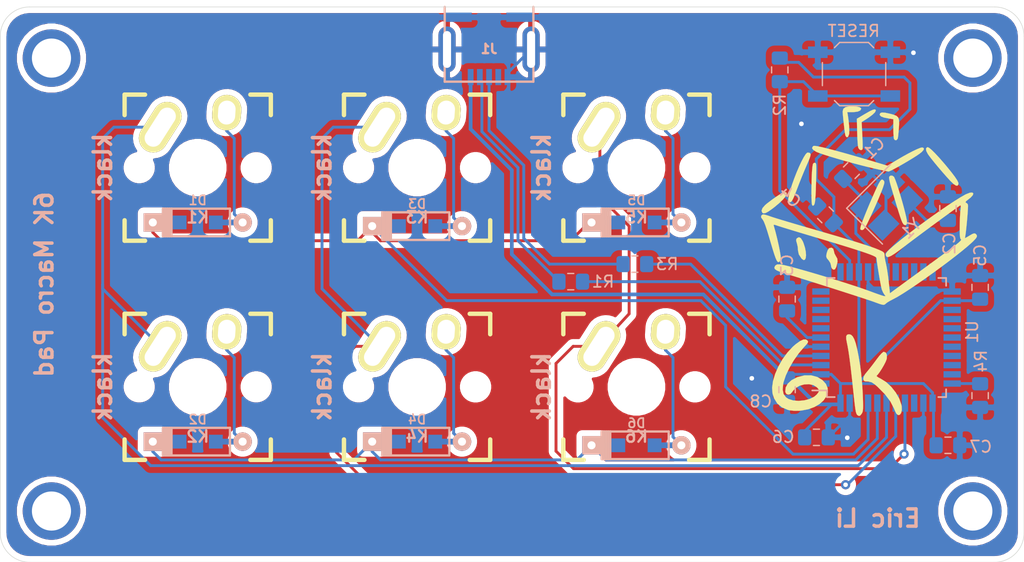
<source format=kicad_pcb>
(kicad_pcb (version 20171130) (host pcbnew "(5.1.6)-1")
  (layers (0 F.Cu signal hide) (31 B.Cu signal) (34 B.Paste user) (35 F.Paste user) (36 B.SilkS user hide) (37 F.SilkS user hide) (38 B.Mask user) (39 F.Mask user) (44 Edge.Cuts user))
  (net 0 "")
  (net 1 GND)
  (net 2 "Net-(C1-Pad1)")
  (net 3 "Net-(C2-Pad1)")
  (net 4 "Net-(C3-Pad1)")
  (net 5 VCC)
  (net 6 "Net-(D1-Pad2)")
  (net 7 /row0)
  (net 8 "Net-(D2-Pad2)")
  (net 9 /row1)
  (net 10 "Net-(D3-Pad2)")
  (net 11 "Net-(D4-Pad2)")
  (net 12 "Net-(J1-Pad2)")
  (net 13 "Net-(J1-Pad3)")
  (net 14 "Net-(J1-Pad4)")
  (net 15 /col0)
  (net 16 /col1)
  (net 17 "Net-(R1-Pad1)")
  (net 18 "Net-(R2-Pad1)")
  (net 19 "Net-(R3-Pad1)")
  (net 20 "Net-(R4-Pad2)")
  (net 21 "Net-(U1-Pad1)")
  (net 22 "Net-(U1-Pad7)")
  (net 23 "Net-(U1-Pad8)")
  (net 24 "Net-(U1-Pad9)")
  (net 25 "Net-(U1-Pad10)")
  (net 26 "Net-(U1-Pad11)")
  (net 27 "Net-(U1-Pad12)")
  (net 28 "Net-(U1-Pad18)")
  (net 29 "Net-(U1-Pad19)")
  (net 30 "Net-(U1-Pad20)")
  (net 31 "Net-(U1-Pad21)")
  (net 32 "Net-(U1-Pad22)")
  (net 33 "Net-(U1-Pad25)")
  (net 34 "Net-(U1-Pad26)")
  (net 35 "Net-(U1-Pad27)")
  (net 36 "Net-(U1-Pad28)")
  (net 37 "Net-(U1-Pad29)")
  (net 38 "Net-(U1-Pad30)")
  (net 39 "Net-(U1-Pad31)")
  (net 40 "Net-(U1-Pad32)")
  (net 41 "Net-(U1-Pad36)")
  (net 42 "Net-(U1-Pad42)")
  (net 43 "Net-(D5-Pad2)")
  (net 44 "Net-(D6-Pad2)")
  (net 45 /col2)
  (module "" (layer F.Cu) (at 143.51 101.6)
    (fp_text reference "" (at 0 0) (layer F.SilkS) (effects (font (size 1.27 1.27))))
    (fp_text value "" (at 0 0) (layer F.SilkS) (effects (font (size 1.27 1.27))))
  )
  (module Package_QFP:TQFP-44_10x10mm_P0.8mm (layer B.Cu) (at 145.542 110.01375)
    (fp_text reference U1 (at 7.43204 -0.49403 270) (layer B.SilkS) (effects (justify mirror)))
    (fp_text value ATMEGA32U4)
    (pad 1 smd rect (at -5.7 4) (size 1.5 0.55) (layers B.Cu B.Paste B.Mask) (net 21 "Net-(U1-Pad1)"))
    (pad 2 smd rect (at -5.7 3.2) (size 1.5 0.55) (layers B.Cu B.Paste B.Mask) (net 5 VCC))
    (pad 3 smd rect (at -5.7 2.4) (size 1.5 0.55) (layers B.Cu B.Paste B.Mask) (net 17 "Net-(R1-Pad1)"))
    (pad 4 smd rect (at -5.7 1.6) (size 1.5 0.55) (layers B.Cu B.Paste B.Mask) (net 19 "Net-(R3-Pad1)"))
    (pad 5 smd rect (at -5.7 0.8) (size 1.5 0.55) (layers B.Cu B.Paste B.Mask) (net 1 GND))
    (pad 6 smd rect (at -5.7 0) (size 1.5 0.55) (layers B.Cu B.Paste B.Mask) (net 4 "Net-(C3-Pad1)"))
    (pad 7 smd rect (at -5.7 -0.8) (size 1.5 0.55) (layers B.Cu B.Paste B.Mask) (net 22 "Net-(U1-Pad7)"))
    (pad 8 smd rect (at -5.7 -1.6) (size 1.5 0.55) (layers B.Cu B.Paste B.Mask) (net 23 "Net-(U1-Pad8)"))
    (pad 9 smd rect (at -5.7 -2.4) (size 1.5 0.55) (layers B.Cu B.Paste B.Mask) (net 24 "Net-(U1-Pad9)"))
    (pad 10 smd rect (at -5.7 -3.2) (size 1.5 0.55) (layers B.Cu B.Paste B.Mask) (net 25 "Net-(U1-Pad10)"))
    (pad 11 smd rect (at -5.7 -4) (size 1.5 0.55) (layers B.Cu B.Paste B.Mask) (net 26 "Net-(U1-Pad11)"))
    (pad 12 smd rect (at -4 -5.7 270) (size 1.5 0.55) (layers B.Cu B.Paste B.Mask) (net 27 "Net-(U1-Pad12)"))
    (pad 13 smd rect (at -3.2 -5.7 270) (size 1.5 0.55) (layers B.Cu B.Paste B.Mask) (net 18 "Net-(R2-Pad1)"))
    (pad 14 smd rect (at -2.4 -5.7 270) (size 1.5 0.55) (layers B.Cu B.Paste B.Mask) (net 5 VCC))
    (pad 15 smd rect (at -1.6 -5.7 270) (size 1.5 0.55) (layers B.Cu B.Paste B.Mask) (net 1 GND))
    (pad 16 smd rect (at -0.8 -5.7 270) (size 1.5 0.55) (layers B.Cu B.Paste B.Mask) (net 2 "Net-(C1-Pad1)"))
    (pad 17 smd rect (at 0 -5.7 270) (size 1.5 0.55) (layers B.Cu B.Paste B.Mask) (net 3 "Net-(C2-Pad1)"))
    (pad 18 smd rect (at 0.8 -5.7 270) (size 1.5 0.55) (layers B.Cu B.Paste B.Mask) (net 28 "Net-(U1-Pad18)"))
    (pad 19 smd rect (at 1.6 -5.7 270) (size 1.5 0.55) (layers B.Cu B.Paste B.Mask) (net 29 "Net-(U1-Pad19)"))
    (pad 20 smd rect (at 2.4 -5.7 270) (size 1.5 0.55) (layers B.Cu B.Paste B.Mask) (net 30 "Net-(U1-Pad20)"))
    (pad 21 smd rect (at 3.2 -5.7 270) (size 1.5 0.55) (layers B.Cu B.Paste B.Mask) (net 31 "Net-(U1-Pad21)"))
    (pad 22 smd rect (at 4 -5.7 270) (size 1.5 0.55) (layers B.Cu B.Paste B.Mask) (net 32 "Net-(U1-Pad22)"))
    (pad 23 smd rect (at 5.7 -4) (size 1.5 0.55) (layers B.Cu B.Paste B.Mask) (net 1 GND))
    (pad 24 smd rect (at 5.7 -3.2) (size 1.5 0.55) (layers B.Cu B.Paste B.Mask) (net 5 VCC))
    (pad 25 smd rect (at 5.7 -2.4) (size 1.5 0.55) (layers B.Cu B.Paste B.Mask) (net 33 "Net-(U1-Pad25)"))
    (pad 26 smd rect (at 5.7 -1.6) (size 1.5 0.55) (layers B.Cu B.Paste B.Mask) (net 34 "Net-(U1-Pad26)"))
    (pad 27 smd rect (at 5.7 -0.8) (size 1.5 0.55) (layers B.Cu B.Paste B.Mask) (net 35 "Net-(U1-Pad27)"))
    (pad 28 smd rect (at 5.7 0) (size 1.5 0.55) (layers B.Cu B.Paste B.Mask) (net 36 "Net-(U1-Pad28)"))
    (pad 29 smd rect (at 5.7 0.8) (size 1.5 0.55) (layers B.Cu B.Paste B.Mask) (net 37 "Net-(U1-Pad29)"))
    (pad 30 smd rect (at 5.7 1.6) (size 1.5 0.55) (layers B.Cu B.Paste B.Mask) (net 38 "Net-(U1-Pad30)"))
    (pad 31 smd rect (at 5.7 2.4) (size 1.5 0.55) (layers B.Cu B.Paste B.Mask) (net 39 "Net-(U1-Pad31)"))
    (pad 32 smd rect (at 5.7 3.2) (size 1.5 0.55) (layers B.Cu B.Paste B.Mask) (net 40 "Net-(U1-Pad32)"))
    (pad 33 smd rect (at 5.7 4) (size 1.5 0.55) (layers B.Cu B.Paste B.Mask) (net 20 "Net-(R4-Pad2)"))
    (pad 34 smd rect (at 4 5.7 270) (size 1.5 0.55) (layers B.Cu B.Paste B.Mask) (net 5 VCC))
    (pad 35 smd rect (at 3.2 5.7 270) (size 1.5 0.55) (layers B.Cu B.Paste B.Mask) (net 1 GND))
    (pad 36 smd rect (at 2.4 5.7 270) (size 1.5 0.55) (layers B.Cu B.Paste B.Mask) (net 41 "Net-(U1-Pad36)"))
    (pad 37 smd rect (at 1.6 5.7 270) (size 1.5 0.55) (layers B.Cu B.Paste B.Mask) (net 45 /col2))
    (pad 38 smd rect (at 0.8 5.7 270) (size 1.5 0.55) (layers B.Cu B.Paste B.Mask) (net 16 /col1))
    (pad 39 smd rect (at 0 5.7 270) (size 1.5 0.55) (layers B.Cu B.Paste B.Mask) (net 15 /col0))
    (pad 40 smd rect (at -0.8 5.7 270) (size 1.5 0.55) (layers B.Cu B.Paste B.Mask) (net 9 /row1))
    (pad 41 smd rect (at -1.6 5.7 270) (size 1.5 0.55) (layers B.Cu B.Paste B.Mask) (net 7 /row0))
    (pad 42 smd rect (at -2.4 5.7 270) (size 1.5 0.55) (layers B.Cu B.Paste B.Mask) (net 42 "Net-(U1-Pad42)"))
    (pad 43 smd rect (at -3.2 5.7 270) (size 1.5 0.55) (layers B.Cu B.Paste B.Mask) (net 1 GND))
    (pad 44 smd rect (at -4 5.7 270) (size 1.5 0.55) (layers B.Cu B.Paste B.Mask) (net 5 VCC))
  )
  (module keebs:Mx_Alps_100 (layer F.Cu) (at 123.825 114.3)
    (fp_text reference K6 (at 0 4.318) (layer B.SilkS) (effects (font (thickness 0.2)) (justify mirror)))
    (fp_text value klack (at -8.255 0 270) (layer B.SilkS) (effects (font (size 1.524 1.524) (thickness 0.3048)) (justify mirror)))
    (pad HOLE np_thru_hole circle (at 0 0) (size 3.9878 3.9878) (drill 3.9878) (layers *.Cu))
    (pad HOLE np_thru_hole circle (at -5.08 0) (size 1.7018 1.7018) (drill 1.7018) (layers *.Cu))
    (pad HOLE np_thru_hole circle (at 5.08 0) (size 1.7018 1.7018) (drill 1.7018) (layers *.Cu))
    (pad 1 thru_hole oval (at -3.255 -3.52 327.5) (size 2.5 4.75) (drill oval 1.5 3.75) (layers *.Cu *.Mask F.SilkS) (net 45 /col2))
    (pad 2 thru_hole oval (at 2.52 -4.79 356.1) (size 2.5 3.08) (drill oval 1.5 2.08) (layers *.Cu *.Mask F.SilkS) (net 44 "Net-(D6-Pad2)"))
  )
  (module keebs:Mx_Alps_100 (layer F.Cu) (at 123.825 95.25)
    (fp_text reference K5 (at 0 4.318) (layer B.SilkS) (effects (font (thickness 0.2)) (justify mirror)))
    (fp_text value klack (at -8.255 0 90) (layer B.SilkS) (effects (font (size 1.524 1.524) (thickness 0.3048)) (justify mirror)))
    (pad 2 thru_hole oval (at 2.52 -4.79 356.1) (size 2.5 3.08) (drill oval 1.5 2.08) (layers *.Cu *.Mask F.SilkS) (net 43 "Net-(D5-Pad2)"))
    (pad 1 thru_hole oval (at -3.255 -3.52 327.5) (size 2.5 4.75) (drill oval 1.5 3.75) (layers *.Cu *.Mask F.SilkS) (net 45 /col2))
    (pad HOLE np_thru_hole circle (at 5.08 0) (size 1.7018 1.7018) (drill 1.7018) (layers *.Cu))
    (pad HOLE np_thru_hole circle (at -5.08 0) (size 1.7018 1.7018) (drill 1.7018) (layers *.Cu))
    (pad HOLE np_thru_hole circle (at 0 0) (size 3.9878 3.9878) (drill 3.9878) (layers *.Cu))
  )
  (module keebs:Mx_Alps_100 (layer F.Cu) (at 104.775 114.3)
    (fp_text reference K4 (at 0 4.318) (layer B.SilkS) (effects (font (thickness 0.2)) (justify mirror)))
    (fp_text value klack (at -8.255 0 90) (layer B.SilkS) (effects (font (size 1.524 1.524) (thickness 0.3048)) (justify mirror)))
    (pad HOLE np_thru_hole circle (at 0 0) (size 3.9878 3.9878) (drill 3.9878) (layers *.Cu))
    (pad HOLE np_thru_hole circle (at -5.08 0) (size 1.7018 1.7018) (drill 1.7018) (layers *.Cu))
    (pad HOLE np_thru_hole circle (at 5.08 0) (size 1.7018 1.7018) (drill 1.7018) (layers *.Cu))
    (pad 1 thru_hole oval (at -3.255 -3.52 327.5) (size 2.5 4.75) (drill oval 1.5 3.75) (layers *.Cu *.Mask F.SilkS) (net 16 /col1))
    (pad 2 thru_hole oval (at 2.52 -4.79 356.1) (size 2.5 3.08) (drill oval 1.5 2.08) (layers *.Cu *.Mask F.SilkS) (net 11 "Net-(D4-Pad2)"))
  )
  (module keebs:Mx_Alps_100 (layer F.Cu) (at 85.725 95.25)
    (fp_text reference K1 (at 0 4.318) (layer B.SilkS) (effects (font (thickness 0.2)) (justify mirror)))
    (fp_text value klack (at -8.255 0 90) (layer B.SilkS) (effects (font (size 1.524 1.524) (thickness 0.3048)) (justify mirror)))
    (pad 2 thru_hole oval (at 2.52 -4.79 356.1) (size 2.5 3.08) (drill oval 1.5 2.08) (layers *.Cu *.Mask F.SilkS) (net 6 "Net-(D1-Pad2)"))
    (pad 1 thru_hole oval (at -3.255 -3.52 327.5) (size 2.5 4.75) (drill oval 1.5 3.75) (layers *.Cu *.Mask F.SilkS) (net 15 /col0))
    (pad HOLE np_thru_hole circle (at 5.08 0) (size 1.7018 1.7018) (drill 1.7018) (layers *.Cu))
    (pad HOLE np_thru_hole circle (at -5.08 0) (size 1.7018 1.7018) (drill 1.7018) (layers *.Cu))
    (pad HOLE np_thru_hole circle (at 0 0) (size 3.9878 3.9878) (drill 3.9878) (layers *.Cu))
  )
  (module keebs:Mx_Alps_100 (layer F.Cu) (at 85.725 114.3)
    (fp_text reference K2 (at 0 4.318) (layer B.SilkS) (effects (font (thickness 0.2)) (justify mirror)))
    (fp_text value klack (at -8.255 0 90) (layer B.SilkS) (effects (font (size 1.524 1.524) (thickness 0.3048)) (justify mirror)))
    (pad 2 thru_hole oval (at 2.52 -4.79 356.1) (size 2.5 3.08) (drill oval 1.5 2.08) (layers *.Cu *.Mask F.SilkS) (net 8 "Net-(D2-Pad2)"))
    (pad 1 thru_hole oval (at -3.255 -3.52 327.5) (size 2.5 4.75) (drill oval 1.5 3.75) (layers *.Cu *.Mask F.SilkS) (net 15 /col0))
    (pad HOLE np_thru_hole circle (at 5.08 0) (size 1.7018 1.7018) (drill 1.7018) (layers *.Cu))
    (pad HOLE np_thru_hole circle (at -5.08 0) (size 1.7018 1.7018) (drill 1.7018) (layers *.Cu))
    (pad HOLE np_thru_hole circle (at 0 0) (size 3.9878 3.9878) (drill 3.9878) (layers *.Cu))
  )
  (module Capacitor_SMD:C_0805_2012Metric_Pad1.15x1.40mm_HandSolder (layer B.Cu) (at 142.494 95.504 45)
    (fp_text reference C1 (at 2.785 0 45) (layer B.SilkS) (effects (justify mirror)))
    (fp_text value 22p)
    (pad 2 smd roundrect (at 1.025 0 45) (size 1.15 1.4) (layers B.Cu B.Paste B.Mask) (roundrect_rratio 0.217391) (net 1 GND))
    (pad 1 smd roundrect (at -1.025 0 45) (size 1.15 1.4) (layers B.Cu B.Paste B.Mask) (roundrect_rratio 0.217391) (net 2 "Net-(C1-Pad1)"))
  )
  (module Capacitor_SMD:C_0805_2012Metric_Pad1.15x1.40mm_HandSolder (layer B.Cu) (at 150.876 98.806 90)
    (fp_text reference C2 (at -3.048 0.127 90) (layer B.SilkS) (effects (justify mirror)))
    (fp_text value 22p)
    (pad 1 smd roundrect (at -1.025 0 90) (size 1.15 1.4) (layers B.Cu B.Paste B.Mask) (roundrect_rratio 0.217391) (net 3 "Net-(C2-Pad1)"))
    (pad 2 smd roundrect (at 1.025 0 90) (size 1.15 1.4) (layers B.Cu B.Paste B.Mask) (roundrect_rratio 0.217391) (net 1 GND))
  )
  (module Capacitor_SMD:C_0805_2012Metric_Pad1.15x1.40mm_HandSolder (layer B.Cu) (at 136.906 106.671 90)
    (fp_text reference C3 (at 2.93 0 90) (layer B.SilkS) (effects (justify mirror)))
    (fp_text value 1u)
    (pad 2 smd roundrect (at 1.025 0 90) (size 1.15 1.4) (layers B.Cu B.Paste B.Mask) (roundrect_rratio 0.217391) (net 1 GND))
    (pad 1 smd roundrect (at -1.025 0 90) (size 1.15 1.4) (layers B.Cu B.Paste B.Mask) (roundrect_rratio 0.217391) (net 4 "Net-(C3-Pad1)"))
  )
  (module Capacitor_SMD:C_0805_2012Metric_Pad1.15x1.40mm_HandSolder (layer B.Cu) (at 140.245216 99.351216 135)
    (fp_text reference C4 (at 3.285524 -1.077631 135) (layer B.SilkS) (effects (justify mirror)))
    (fp_text value 0.1u)
    (pad 1 smd roundrect (at -1.025 0 135) (size 1.15 1.4) (layers B.Cu B.Paste B.Mask) (roundrect_rratio 0.217391) (net 5 VCC))
    (pad 2 smd roundrect (at 1.025 0 135) (size 1.15 1.4) (layers B.Cu B.Paste B.Mask) (roundrect_rratio 0.217391) (net 1 GND))
  )
  (module Capacitor_SMD:C_0805_2012Metric_Pad1.15x1.40mm_HandSolder (layer B.Cu) (at 153.67 105.655 90)
    (fp_text reference C5 (at 2.785 0 90) (layer B.SilkS) (effects (justify mirror)))
    (fp_text value 0.1u)
    (pad 2 smd roundrect (at 1.025 0 90) (size 1.15 1.4) (layers B.Cu B.Paste B.Mask) (roundrect_rratio 0.217391) (net 1 GND))
    (pad 1 smd roundrect (at -1.025 0 90) (size 1.15 1.4) (layers B.Cu B.Paste B.Mask) (roundrect_rratio 0.217391) (net 5 VCC))
  )
  (module Capacitor_SMD:C_0805_2012Metric_Pad1.15x1.40mm_HandSolder (layer B.Cu) (at 139.45732 118.68912)
    (fp_text reference C6 (at -2.8866 -0.03556 180) (layer B.SilkS) (effects (justify mirror)))
    (fp_text value 0.1u)
    (pad 1 smd roundrect (at -1.025 0) (size 1.15 1.4) (layers B.Cu B.Paste B.Mask) (roundrect_rratio 0.217391) (net 5 VCC))
    (pad 2 smd roundrect (at 1.025 0) (size 1.15 1.4) (layers B.Cu B.Paste B.Mask) (roundrect_rratio 0.217391) (net 1 GND))
  )
  (module Capacitor_SMD:C_0805_2012Metric_Pad1.15x1.40mm_HandSolder (layer B.Cu) (at 150.876 119.38)
    (fp_text reference C7 (at 2.84988 0.127) (layer B.SilkS) (effects (justify mirror)))
    (fp_text value 0.1u)
    (pad 2 smd roundrect (at 1.025 0) (size 1.15 1.4) (layers B.Cu B.Paste B.Mask) (roundrect_rratio 0.217391) (net 1 GND))
    (pad 1 smd roundrect (at -1.025 0) (size 1.15 1.4) (layers B.Cu B.Paste B.Mask) (roundrect_rratio 0.217391) (net 5 VCC))
  )
  (module Capacitor_SMD:C_0805_2012Metric_Pad1.15x1.40mm_HandSolder (layer B.Cu) (at 136.906 114.545 270)
    (fp_text reference C8 (at 1.025 2.286 180) (layer B.SilkS) (effects (justify mirror)))
    (fp_text value 4.7u)
    (pad 1 smd roundrect (at -1.025 0 270) (size 1.15 1.4) (layers B.Cu B.Paste B.Mask) (roundrect_rratio 0.217391) (net 5 VCC))
    (pad 2 smd roundrect (at 1.025 0 270) (size 1.15 1.4) (layers B.Cu B.Paste B.Mask) (roundrect_rratio 0.217391) (net 1 GND))
  )
  (module keyboard_parts:D_SOD123_axial (layer B.Cu) (at 85.725 100.0125)
    (fp_text reference D1 (at 0 -1.925) (layer B.SilkS) (effects (font (size 0.8 0.8)) (justify mirror)))
    (fp_text value D hide)
    (pad 2 smd rect (at 1.575 0) (size 1.2 1.2) (layers B.Cu B.Paste B.Mask) (net 6 "Net-(D1-Pad2)"))
    (pad 1 smd rect (at -1.575 0) (size 1.2 1.2) (layers B.Cu B.Paste B.Mask) (net 7 /row0))
    (pad 1 thru_hole rect (at -3.9 0) (size 1.6 1.6) (drill 0.7) (layers *.Cu *.Mask B.SilkS) (net 7 /row0))
    (pad 2 thru_hole circle (at 3.9 0) (size 1.6 1.6) (drill 0.7) (layers *.Cu *.Mask B.SilkS) (net 6 "Net-(D1-Pad2)"))
    (pad 1 smd rect (at -2.7 0) (size 2.5 0.5) (layers B.Cu) (net 7 /row0))
    (pad 2 smd rect (at 2.7 0) (size 2.5 0.5) (layers B.Cu) (net 6 "Net-(D1-Pad2)"))
  )
  (module keyboard_parts:D_SOD123_axial (layer B.Cu) (at 85.725 119.0625)
    (fp_text reference D2 (at 0 -1.925) (layer B.SilkS) (effects (font (size 0.8 0.8)) (justify mirror)))
    (fp_text value D hide)
    (pad 2 smd rect (at 2.7 0) (size 2.5 0.5) (layers B.Cu) (net 8 "Net-(D2-Pad2)"))
    (pad 1 smd rect (at -2.7 0) (size 2.5 0.5) (layers B.Cu) (net 9 /row1))
    (pad 2 thru_hole circle (at 3.9 0) (size 1.6 1.6) (drill 0.7) (layers *.Cu *.Mask B.SilkS) (net 8 "Net-(D2-Pad2)"))
    (pad 1 thru_hole rect (at -3.9 0) (size 1.6 1.6) (drill 0.7) (layers *.Cu *.Mask B.SilkS) (net 9 /row1))
    (pad 1 smd rect (at -1.575 0) (size 1.2 1.2) (layers B.Cu B.Paste B.Mask) (net 9 /row1))
    (pad 2 smd rect (at 1.575 0) (size 1.2 1.2) (layers B.Cu B.Paste B.Mask) (net 8 "Net-(D2-Pad2)"))
  )
  (module keyboard_parts:D_SOD123_axial (layer B.Cu) (at 104.775 100.33)
    (fp_text reference D3 (at 0 -1.925) (layer B.SilkS) (effects (font (size 0.8 0.8)) (justify mirror)))
    (fp_text value D hide)
    (pad 2 smd rect (at 2.7 0) (size 2.5 0.5) (layers B.Cu) (net 10 "Net-(D3-Pad2)"))
    (pad 1 smd rect (at -2.7 0) (size 2.5 0.5) (layers B.Cu) (net 7 /row0))
    (pad 2 thru_hole circle (at 3.9 0) (size 1.6 1.6) (drill 0.7) (layers *.Cu *.Mask B.SilkS) (net 10 "Net-(D3-Pad2)"))
    (pad 1 thru_hole rect (at -3.9 0) (size 1.6 1.6) (drill 0.7) (layers *.Cu *.Mask B.SilkS) (net 7 /row0))
    (pad 1 smd rect (at -1.575 0) (size 1.2 1.2) (layers B.Cu B.Paste B.Mask) (net 7 /row0))
    (pad 2 smd rect (at 1.575 0) (size 1.2 1.2) (layers B.Cu B.Paste B.Mask) (net 10 "Net-(D3-Pad2)"))
  )
  (module keyboard_parts:D_SOD123_axial (layer B.Cu) (at 104.775 119.0625)
    (fp_text reference D4 (at 0 -1.925) (layer B.SilkS) (effects (font (size 0.8 0.8)) (justify mirror)))
    (fp_text value D hide)
    (pad 2 smd rect (at 1.575 0) (size 1.2 1.2) (layers B.Cu B.Paste B.Mask) (net 11 "Net-(D4-Pad2)"))
    (pad 1 smd rect (at -1.575 0) (size 1.2 1.2) (layers B.Cu B.Paste B.Mask) (net 9 /row1))
    (pad 1 thru_hole rect (at -3.9 0) (size 1.6 1.6) (drill 0.7) (layers *.Cu *.Mask B.SilkS) (net 9 /row1))
    (pad 2 thru_hole circle (at 3.9 0) (size 1.6 1.6) (drill 0.7) (layers *.Cu *.Mask B.SilkS) (net 11 "Net-(D4-Pad2)"))
    (pad 1 smd rect (at -2.7 0) (size 2.5 0.5) (layers B.Cu) (net 9 /row1))
    (pad 2 smd rect (at 2.7 0) (size 2.5 0.5) (layers B.Cu) (net 11 "Net-(D4-Pad2)"))
  )
  (module keyboard_parts:USB_miniB_hirose_5S8 (layer B.Cu) (at 111.025 87.376)
    (fp_text reference J1 (at 0 -2.45) (layer B.SilkS) (effects (font (size 0.8128 0.8128) (thickness 0.2032)) (justify mirror)))
    (fp_text value USB hide)
    (pad 6 smd rect (at 2.675 -5.2) (size 2.35 0.8) (layers B.Cu B.Paste B.Mask) (net 1 GND))
    (pad 6 smd rect (at -2.675 -5.2) (size 2.35 0.8) (layers B.Cu B.Paste B.Mask) (net 1 GND))
    (pad 1 smd rect (at -1.6 0) (size 0.5 1.4) (layers B.Cu B.Paste B.Mask) (net 5 VCC))
    (pad 2 smd rect (at -0.8 0) (size 0.5 1.4) (layers B.Cu B.Paste B.Mask) (net 12 "Net-(J1-Pad2)"))
    (pad 3 smd rect (at 0 0) (size 0.5 1.4) (layers B.Cu B.Paste B.Mask) (net 13 "Net-(J1-Pad3)"))
    (pad 4 smd rect (at 0.8 0) (size 0.5 1.4) (layers B.Cu B.Paste B.Mask) (net 14 "Net-(J1-Pad4)"))
    (pad 5 smd rect (at 1.6 0) (size 0.5 1.4) (layers B.Cu B.Paste B.Mask) (net 1 GND))
    (pad 6 thru_hole oval (at -3.65 -2.4) (size 1.5 4) (drill oval 0.7 3.2) (layers *.Cu *.Mask B.Paste) (net 1 GND))
    (pad 6 thru_hole oval (at 3.65 -2.4) (size 1.5 4) (drill oval 0.7 3.2) (layers *.Cu *.Mask B.Paste) (net 1 GND))
  )
  (module keebs:Mx_Alps_100 (layer F.Cu) (at 104.775 95.25)
    (fp_text reference K3 (at 0 4.318) (layer B.SilkS) (effects (font (thickness 0.2)) (justify mirror)))
    (fp_text value klack (at -8.255 0 90) (layer B.SilkS) (effects (font (size 1.524 1.524) (thickness 0.3048)) (justify mirror)))
    (pad HOLE np_thru_hole circle (at 0 0) (size 3.9878 3.9878) (drill 3.9878) (layers *.Cu))
    (pad HOLE np_thru_hole circle (at -5.08 0) (size 1.7018 1.7018) (drill 1.7018) (layers *.Cu))
    (pad HOLE np_thru_hole circle (at 5.08 0) (size 1.7018 1.7018) (drill 1.7018) (layers *.Cu))
    (pad 1 thru_hole oval (at -3.255 -3.52 327.5) (size 2.5 4.75) (drill oval 1.5 3.75) (layers *.Cu *.Mask F.SilkS) (net 16 /col1))
    (pad 2 thru_hole oval (at 2.52 -4.79 356.1) (size 2.5 3.08) (drill oval 1.5 2.08) (layers *.Cu *.Mask F.SilkS) (net 10 "Net-(D3-Pad2)"))
  )
  (module Resistor_SMD:R_0805_2012Metric_Pad1.15x1.40mm_HandSolder (layer B.Cu) (at 118.119 105.156 180)
    (fp_text reference R1 (at -2.803 0) (layer B.SilkS) (effects (justify mirror)))
    (fp_text value 22)
    (pad 1 smd roundrect (at -1.025 0 180) (size 1.15 1.4) (layers B.Cu B.Paste B.Mask) (roundrect_rratio 0.217391) (net 17 "Net-(R1-Pad1)"))
    (pad 2 smd roundrect (at 1.025 0 180) (size 1.15 1.4) (layers B.Cu B.Paste B.Mask) (roundrect_rratio 0.217391) (net 12 "Net-(J1-Pad2)"))
  )
  (module Resistor_SMD:R_0805_2012Metric_Pad1.15x1.40mm_HandSolder (layer B.Cu) (at 136.271 86.75 90)
    (fp_text reference R2 (at -3.057 0 90) (layer B.SilkS) (effects (justify mirror)))
    (fp_text value 10k)
    (pad 1 smd roundrect (at -1.025 0 90) (size 1.15 1.4) (layers B.Cu B.Paste B.Mask) (roundrect_rratio 0.217391) (net 18 "Net-(R2-Pad1)"))
    (pad 2 smd roundrect (at 1.025 0 90) (size 1.15 1.4) (layers B.Cu B.Paste B.Mask) (roundrect_rratio 0.217391) (net 5 VCC))
  )
  (module Resistor_SMD:R_0805_2012Metric_Pad1.15x1.40mm_HandSolder (layer B.Cu) (at 123.689 103.632 180)
    (fp_text reference R3 (at -2.803 0) (layer B.SilkS) (effects (justify mirror)))
    (fp_text value 22)
    (pad 2 smd roundrect (at 1.025 0 180) (size 1.15 1.4) (layers B.Cu B.Paste B.Mask) (roundrect_rratio 0.217391) (net 13 "Net-(J1-Pad3)"))
    (pad 1 smd roundrect (at -1.025 0 180) (size 1.15 1.4) (layers B.Cu B.Paste B.Mask) (roundrect_rratio 0.217391) (net 19 "Net-(R3-Pad1)"))
  )
  (module Resistor_SMD:R_0805_2012Metric_Pad1.15x1.40mm_HandSolder (layer B.Cu) (at 153.67 115.062 90)
    (fp_text reference R4 (at 2.99212 0.07112 90) (layer B.SilkS) (effects (justify mirror)))
    (fp_text value 10k)
    (pad 2 smd roundrect (at 1.025 0 90) (size 1.15 1.4) (layers B.Cu B.Paste B.Mask) (roundrect_rratio 0.217391) (net 20 "Net-(R4-Pad2)"))
    (pad 1 smd roundrect (at -1.025 0 90) (size 1.15 1.4) (layers B.Cu B.Paste B.Mask) (roundrect_rratio 0.217391) (net 1 GND))
  )
  (module Button_Switch_SMD:SW_SPST_TL3342 (layer B.Cu) (at 142.723 87.117 180)
    (fp_text reference RESET (at 0.025 3.75) (layer B.SilkS) (effects (justify mirror)))
    (fp_text value RESET_SW)
    (pad 1 smd rect (at -3.15 1.9 180) (size 1.7 1) (layers B.Cu B.Paste B.Mask) (net 1 GND))
    (pad 1 smd rect (at 3.15 1.9 180) (size 1.7 1) (layers B.Cu B.Paste B.Mask) (net 1 GND))
    (pad 2 smd rect (at -3.15 -1.9 180) (size 1.7 1) (layers B.Cu B.Paste B.Mask) (net 18 "Net-(R2-Pad1)"))
    (pad 2 smd rect (at 3.15 -1.9 180) (size 1.7 1) (layers B.Cu B.Paste B.Mask) (net 18 "Net-(R2-Pad1)"))
  )
  (module keyboard_parts:D_SOD123_axial (layer B.Cu) (at 123.825 100.0125)
    (fp_text reference D5 (at 0 -1.925) (layer B.SilkS) (effects (font (size 0.8 0.8)) (justify mirror)))
    (fp_text value D hide)
    (pad 2 smd rect (at 2.7 0) (size 2.5 0.5) (layers B.Cu) (net 43 "Net-(D5-Pad2)"))
    (pad 1 smd rect (at -2.7 0) (size 2.5 0.5) (layers B.Cu) (net 7 /row0))
    (pad 2 thru_hole circle (at 3.9 0) (size 1.6 1.6) (drill 0.7) (layers *.Cu *.Mask B.SilkS) (net 43 "Net-(D5-Pad2)"))
    (pad 1 thru_hole rect (at -3.9 0) (size 1.6 1.6) (drill 0.7) (layers *.Cu *.Mask B.SilkS) (net 7 /row0))
    (pad 1 smd rect (at -1.575 0) (size 1.2 1.2) (layers B.Cu B.Paste B.Mask) (net 7 /row0))
    (pad 2 smd rect (at 1.575 0) (size 1.2 1.2) (layers B.Cu B.Paste B.Mask) (net 43 "Net-(D5-Pad2)"))
  )
  (module keyboard_parts:D_SOD123_axial (layer B.Cu) (at 123.825 119.38)
    (fp_text reference D6 (at 0 -1.925) (layer B.SilkS) (effects (font (size 0.8 0.8)) (justify mirror)))
    (fp_text value D hide)
    (pad 2 smd rect (at 1.575 0) (size 1.2 1.2) (layers B.Cu B.Paste B.Mask) (net 44 "Net-(D6-Pad2)"))
    (pad 1 smd rect (at -1.575 0) (size 1.2 1.2) (layers B.Cu B.Paste B.Mask) (net 9 /row1))
    (pad 1 thru_hole rect (at -3.9 0) (size 1.6 1.6) (drill 0.7) (layers *.Cu *.Mask B.SilkS) (net 9 /row1))
    (pad 2 thru_hole circle (at 3.9 0) (size 1.6 1.6) (drill 0.7) (layers *.Cu *.Mask B.SilkS) (net 44 "Net-(D6-Pad2)"))
    (pad 1 smd rect (at -2.7 0) (size 2.5 0.5) (layers B.Cu) (net 9 /row1))
    (pad 2 smd rect (at 2.7 0) (size 2.5 0.5) (layers B.Cu) (net 44 "Net-(D6-Pad2)"))
  )
  (module Crystal:Crystal_SMD_SeikoEpson_FA238-4Pin_3.2x2.5mm_HandSoldering (layer B.Cu) (at 145.542 98.425 45)
    (fp_text reference Y1 (at 0 3 45) (layer B.SilkS) (effects (justify mirror)))
    (fp_text value XTAL)
    (pad 1 smd rect (at -1.45 -1.1 45) (size 2.1 1.8) (layers B.Cu B.Paste B.Mask) (net 2 "Net-(C1-Pad1)"))
    (pad 2 smd rect (at 1.45 -1.1 45) (size 2.1 1.8) (layers B.Cu B.Paste B.Mask) (net 1 GND))
    (pad 3 smd rect (at 1.45 1.1 45) (size 2.1 1.8) (layers B.Cu B.Paste B.Mask) (net 3 "Net-(C2-Pad1)"))
    (pad 4 smd rect (at -1.45 1.1 45) (size 2.1 1.8) (layers B.Cu B.Paste B.Mask) (net 1 GND))
  )
  (gr_text "6K Macro Pad" (at 72.39 105.41 90) (layer B.SilkS) (effects (font (size 1.5 1.5) (thickness 0.3)) (justify mirror)))
  (gr_text "Eric Li" (at 144.78 125.73) (layer B.SilkS) (effects (font (size 1.5 1.5) (thickness 0.3)) (justify mirror)))
  (gr_arc (start 154.94 127) (end 154.94 129.54) (angle -90) (layer Edge.Cuts) (width 0.05))
  (gr_arc (start 71.12 127) (end 68.58 127) (angle -90) (layer Edge.Cuts) (width 0.05))
  (gr_arc (start 71.12 83.82) (end 71.12 81.28) (angle -90) (layer Edge.Cuts) (width 0.05))
  (gr_arc (start 154.94 83.82) (end 157.48 83.82) (angle -90) (layer Edge.Cuts) (width 0.05))
  (gr_line (start 157.48 127) (end 157.48 83.82) (layer Edge.Cuts) (width 0.05))
  (gr_line (start 71.12 129.54) (end 154.94 129.54) (layer Edge.Cuts) (width 0.05))
  (gr_line (start 68.58 83.82) (end 68.58 127) (layer Edge.Cuts) (width 0.05))
  (gr_line (start 154.94 81.28) (end 71.12 81.28) (layer Edge.Cuts) (width 0.05))
  (via (at 153.035 85.725) (size 5) (drill 3.4) (layers F.Cu B.Cu) (net 0))
  (via (at 153.035 125.095) (size 5) (drill 3.4) (layers F.Cu B.Cu) (net 0))
  (via (at 73.025 125.095) (size 5) (drill 3.4) (layers F.Cu B.Cu) (net 0))
  (via (at 73.025 85.725) (size 5) (drill 3.4) (layers F.Cu B.Cu) (net 0))
  (segment (start 145.492746 100.029889) (end 145.294513 100.228122) (width 0.25) (layer B.Cu) (net 1))
  (segment (start 145.492746 96.918619) (end 145.492746 100.029889) (width 0.25) (layer B.Cu) (net 1))
  (segment (start 145.789487 96.621878) (end 145.492746 96.918619) (width 0.25) (layer B.Cu) (net 1))
  (segment (start 145.061446 96.621878) (end 145.789487 96.621878) (width 0.25) (layer B.Cu) (net 1))
  (segment (start 143.218784 94.779216) (end 145.061446 96.621878) (width 0.25) (layer B.Cu) (net 1))
  (segment (start 139.573 85.217) (end 145.873 85.217) (width 0.25) (layer B.Cu) (net 1))
  (segment (start 112.625 87.026) (end 114.675 84.976) (width 0.25) (layer B.Cu) (net 1))
  (segment (start 112.625 87.376) (end 112.625 87.026) (width 0.25) (layer B.Cu) (net 1))
  (segment (start 148.742 115.71375) (end 148.742 116.738) (width 0.25) (layer B.Cu) (net 1))
  (segment (start 142.342 115.926) (end 142.24 116.028) (width 0.25) (layer B.Cu) (net 1))
  (segment (start 142.342 115.71375) (end 142.342 115.926) (width 0.25) (layer B.Cu) (net 1))
  (via (at 142.13332 118.72468) (size 0.8) (drill 0.4) (layers F.Cu B.Cu) (net 1))
  (segment (start 134.89432 113.55832) (end 136.906 115.57) (width 0.25) (layer B.Cu) (net 1))
  (segment (start 133.84276 113.55832) (end 133.84276 113.55832) (width 0.25) (layer B.Cu) (net 1))
  (segment (start 142.342 115.71375) (end 142.342 116.82944) (width 0.25) (layer B.Cu) (net 1))
  (segment (start 142.342 116.82944) (end 140.48232 118.68912) (width 0.25) (layer B.Cu) (net 1))
  (segment (start 133.84276 113.55832) (end 134.89432 113.55832) (width 0.25) (layer B.Cu) (net 1))
  (via (at 133.84276 113.55832) (size 0.8) (drill 0.4) (layers F.Cu B.Cu) (net 1))
  (segment (start 140.51788 118.72468) (end 140.48232 118.68912) (width 0.25) (layer B.Cu) (net 1))
  (segment (start 142.13332 118.72468) (end 140.51788 118.72468) (width 0.25) (layer B.Cu) (net 1))
  (segment (start 143.942 105.26796) (end 145.95856 107.28452) (width 0.25) (layer B.Cu) (net 1))
  (segment (start 143.942 104.31375) (end 143.942 105.26796) (width 0.25) (layer B.Cu) (net 1))
  (via (at 147.8788 85.26272) (size 0.8) (drill 0.4) (layers F.Cu B.Cu) (net 1))
  (segment (start 147.83308 85.217) (end 147.8788 85.26272) (width 0.25) (layer B.Cu) (net 1))
  (segment (start 145.873 85.217) (end 147.83308 85.217) (width 0.25) (layer B.Cu) (net 1))
  (segment (start 153.67 104.63) (end 151.44264 104.63) (width 0.25) (layer B.Cu) (net 1))
  (segment (start 151.242 104.83064) (end 151.242 106.01375) (width 0.25) (layer B.Cu) (net 1))
  (segment (start 151.44264 104.63) (end 151.242 104.83064) (width 0.25) (layer B.Cu) (net 1))
  (via (at 138.1506 91.44) (size 0.8) (drill 0.4) (layers F.Cu B.Cu) (net 1))
  (segment (start 138.1506 97.2566) (end 139.520432 98.626432) (width 0.25) (layer B.Cu) (net 1))
  (segment (start 138.1506 97.04832) (end 138.1506 97.2566) (width 0.25) (layer B.Cu) (net 1))
  (segment (start 139.842 110.81375) (end 138.75375 110.81375) (width 0.25) (layer B.Cu) (net 1))
  (segment (start 138.75375 110.81375) (end 138.43 110.49) (width 0.25) (layer B.Cu) (net 1))
  (segment (start 143.738878 98.672487) (end 142.875 99.536365) (width 0.25) (layer B.Cu) (net 2))
  (segment (start 142.875 99.536365) (end 142.875 100.965) (width 0.25) (layer B.Cu) (net 2))
  (segment (start 144.742 102.832) (end 142.875 100.965) (width 0.25) (layer B.Cu) (net 2))
  (segment (start 144.742 104.31375) (end 144.742 102.832) (width 0.25) (layer B.Cu) (net 2))
  (segment (start 143.738878 98.198446) (end 143.738878 98.672487) (width 0.25) (layer B.Cu) (net 2))
  (segment (start 141.769216 96.228784) (end 143.738878 98.198446) (width 0.25) (layer B.Cu) (net 2))
  (segment (start 145.542 104.31375) (end 145.542 102.743) (width 0.25) (layer B.Cu) (net 3))
  (segment (start 147.345122 100.939878) (end 147.345122 98.177513) (width 0.25) (layer B.Cu) (net 3))
  (segment (start 145.542 102.743) (end 147.345122 100.939878) (width 0.25) (layer B.Cu) (net 3))
  (segment (start 148.980609 99.813) (end 147.345122 98.177513) (width 0.25) (layer B.Cu) (net 3))
  (segment (start 150.622 99.813) (end 148.980609 99.813) (width 0.25) (layer B.Cu) (net 3))
  (segment (start 138.64875 110.01375) (end 139.842 110.01375) (width 0.25) (layer B.Cu) (net 4))
  (segment (start 136.906 108.271) (end 138.64875 110.01375) (width 0.25) (layer B.Cu) (net 4))
  (segment (start 136.906 107.696) (end 136.906 108.271) (width 0.25) (layer B.Cu) (net 4))
  (segment (start 153.53625 106.81375) (end 153.67 106.68) (width 0.25) (layer B.Cu) (net 5))
  (segment (start 151.242 106.81375) (end 153.53625 106.81375) (width 0.25) (layer B.Cu) (net 5))
  (segment (start 137.21225 113.21375) (end 136.906 113.52) (width 0.25) (layer B.Cu) (net 5))
  (segment (start 139.842 113.21375) (end 137.21225 113.21375) (width 0.25) (layer B.Cu) (net 5))
  (segment (start 149.624 115.97) (end 149.624 119.38) (width 0.25) (layer B.Cu) (net 5))
  (segment (start 149.542 115.888) (end 149.624 115.97) (width 0.25) (layer B.Cu) (net 5))
  (segment (start 149.542 115.71375) (end 149.542 115.888) (width 0.25) (layer B.Cu) (net 5))
  (segment (start 139.842 113.21375) (end 140.742002 113.21375) (width 0.25) (layer B.Cu) (net 5))
  (segment (start 143.142 102.248) (end 143.142 104.31375) (width 0.25) (layer B.Cu) (net 5))
  (segment (start 140.97 100.076) (end 143.142 102.248) (width 0.25) (layer B.Cu) (net 5))
  (segment (start 136.906 113.52) (end 137.142 113.52) (width 0.325) (layer B.Cu) (net 5))
  (segment (start 137.142 113.52) (end 139.446 115.824) (width 0.325) (layer B.Cu) (net 5))
  (segment (start 139.446 115.824) (end 141.224 115.824) (width 0.325) (layer B.Cu) (net 5))
  (segment (start 141.542 114.013748) (end 141.542 115.71375) (width 0.25) (layer B.Cu) (net 5))
  (segment (start 136.638001 86.092001) (end 137.908001 86.092001) (width 0.25) (layer B.Cu) (net 5))
  (segment (start 136.271 85.725) (end 136.638001 86.092001) (width 0.25) (layer B.Cu) (net 5))
  (segment (start 137.908001 86.092001) (end 139.192 87.376) (width 0.25) (layer B.Cu) (net 5))
  (segment (start 139.192 87.376) (end 147.066 87.376) (width 0.25) (layer B.Cu) (net 5))
  (segment (start 147.066 87.376) (end 147.574 87.884) (width 0.25) (layer B.Cu) (net 5))
  (segment (start 147.574 87.884) (end 147.574 90.17) (width 0.25) (layer B.Cu) (net 5))
  (segment (start 147.574 90.17) (end 145.796 91.948) (width 0.25) (layer B.Cu) (net 5))
  (segment (start 145.796 91.948) (end 141.986 91.948) (width 0.25) (layer B.Cu) (net 5))
  (segment (start 141.986 91.948) (end 139.446 94.488) (width 0.25) (layer B.Cu) (net 5))
  (segment (start 139.446 94.488) (end 139.446 96.266) (width 0.25) (layer B.Cu) (net 5))
  (segment (start 140.97 97.79) (end 140.97 100.076) (width 0.25) (layer B.Cu) (net 5))
  (segment (start 139.446 96.266) (end 140.97 97.79) (width 0.25) (layer B.Cu) (net 5))
  (segment (start 141.018126 113.489874) (end 141.542 114.013748) (width 0.25) (layer B.Cu) (net 5))
  (segment (start 140.742002 113.21375) (end 141.018126 113.489874) (width 0.25) (layer B.Cu) (net 5))
  (segment (start 141.542 114.013748) (end 142.907252 114.013748) (width 0.25) (layer B.Cu) (net 5))
  (segment (start 149.542 115.71375) (end 149.542 114.813748) (width 0.25) (layer B.Cu) (net 5))
  (segment (start 149.542 114.813748) (end 148.742 114.013748) (width 0.25) (layer B.Cu) (net 5))
  (segment (start 116.494578 106.26851) (end 129.638357 106.26851) (width 0.325) (layer B.Cu) (net 5))
  (segment (start 113.00049 102.774422) (end 116.494578 106.26851) (width 0.325) (layer B.Cu) (net 5))
  (segment (start 136.889847 113.52) (end 136.906 113.52) (width 0.325) (layer B.Cu) (net 5))
  (segment (start 113.00049 95.472643) (end 113.00049 102.774422) (width 0.325) (layer B.Cu) (net 5))
  (segment (start 129.638357 106.26851) (end 136.889847 113.52) (width 0.325) (layer B.Cu) (net 5))
  (segment (start 109.425 91.897153) (end 113.00049 95.472643) (width 0.325) (layer B.Cu) (net 5))
  (segment (start 109.425 87.376) (end 109.425 91.897153) (width 0.325) (layer B.Cu) (net 5))
  (segment (start 141.542 115.71375) (end 141.542 116.123) (width 0.25) (layer B.Cu) (net 5))
  (segment (start 140.77188 115.82908) (end 138.14988 118.45108) (width 0.25) (layer B.Cu) (net 5))
  (segment (start 142.984988 114.013748) (end 142.907252 114.013748) (width 0.25) (layer B.Cu) (net 5))
  (segment (start 143.142 114.00312) (end 143.152628 114.013748) (width 0.25) (layer B.Cu) (net 5))
  (segment (start 148.742 114.013748) (end 143.152628 114.013748) (width 0.25) (layer B.Cu) (net 5))
  (segment (start 143.152628 114.013748) (end 142.984988 114.013748) (width 0.25) (layer B.Cu) (net 5))
  (segment (start 143.15991 113.89584) (end 143.142 113.89584) (width 0.25) (layer B.Cu) (net 5))
  (segment (start 150.242 106.81375) (end 143.15991 113.89584) (width 0.25) (layer B.Cu) (net 5))
  (segment (start 151.242 106.81375) (end 150.242 106.81375) (width 0.25) (layer B.Cu) (net 5))
  (segment (start 143.142 104.31375) (end 143.142 113.89584) (width 0.25) (layer B.Cu) (net 5))
  (segment (start 143.142 113.89584) (end 143.142 114.00312) (width 0.25) (layer B.Cu) (net 5))
  (segment (start 88.245 90.46) (end 88.245 92.055) (width 0.25) (layer B.Cu) (net 6))
  (segment (start 88.245 92.055) (end 88.9 92.71) (width 0.25) (layer B.Cu) (net 6))
  (segment (start 88.9 99.2875) (end 89.625 100.0125) (width 0.25) (layer B.Cu) (net 6))
  (segment (start 88.9 92.71) (end 88.9 99.2875) (width 0.25) (layer B.Cu) (net 6))
  (segment (start 99.605 101.6) (end 100.875 100.33) (width 0.25) (layer F.Cu) (net 7))
  (segment (start 82.55 101.6) (end 99.605 101.6) (width 0.25) (layer F.Cu) (net 7))
  (segment (start 81.825 100.0125) (end 81.825 100.875) (width 0.25) (layer F.Cu) (net 7))
  (segment (start 81.825 100.875) (end 82.55 101.6) (width 0.25) (layer F.Cu) (net 7))
  (segment (start 100.875 100.33) (end 100.875 100.875) (width 0.25) (layer F.Cu) (net 7))
  (segment (start 100.875 100.875) (end 101.6 101.6) (width 0.25) (layer F.Cu) (net 7))
  (segment (start 101.6 101.6) (end 118.11 101.6) (width 0.25) (layer F.Cu) (net 7))
  (segment (start 119.6975 100.0125) (end 119.925 100.0125) (width 0.25) (layer F.Cu) (net 7))
  (segment (start 118.11 101.6) (end 119.6975 100.0125) (width 0.25) (layer F.Cu) (net 7))
  (segment (start 142.66789 120.14999) (end 137.42199 120.14999) (width 0.25) (layer B.Cu) (net 7))
  (segment (start 143.942 115.71375) (end 143.942 118.87588) (width 0.25) (layer B.Cu) (net 7))
  (segment (start 143.942 118.87588) (end 142.66789 120.14999) (width 0.25) (layer B.Cu) (net 7))
  (segment (start 107.35102 106.80602) (end 100.875 100.33) (width 0.25) (layer B.Cu) (net 7))
  (segment (start 129.415715 106.80602) (end 107.35102 106.80602) (width 0.25) (layer B.Cu) (net 7))
  (segment (start 131.572 108.962305) (end 129.415715 106.80602) (width 0.25) (layer B.Cu) (net 7))
  (segment (start 131.572 114.3) (end 131.572 108.962305) (width 0.25) (layer B.Cu) (net 7))
  (segment (start 137.42199 120.14999) (end 131.572 114.3) (width 0.25) (layer B.Cu) (net 7))
  (segment (start 88.245 109.51) (end 88.245 111.105) (width 0.25) (layer B.Cu) (net 8))
  (segment (start 88.245 111.105) (end 88.9 111.76) (width 0.25) (layer B.Cu) (net 8))
  (segment (start 88.9 118.3375) (end 89.625 119.0625) (width 0.25) (layer B.Cu) (net 8))
  (segment (start 88.9 111.76) (end 88.9 118.3375) (width 0.25) (layer B.Cu) (net 8))
  (segment (start 81.825 119.0625) (end 81.825 119.925) (width 0.25) (layer B.Cu) (net 9))
  (segment (start 81.825 119.925) (end 82.55 120.65) (width 0.25) (layer B.Cu) (net 9))
  (segment (start 99.2875 120.65) (end 100.875 119.0625) (width 0.25) (layer B.Cu) (net 9))
  (segment (start 82.55 120.65) (end 99.2875 120.65) (width 0.25) (layer B.Cu) (net 9))
  (segment (start 100.875 119.0625) (end 100.875 119.925) (width 0.25) (layer B.Cu) (net 9))
  (segment (start 100.875 119.925) (end 101.6 120.65) (width 0.25) (layer B.Cu) (net 9))
  (segment (start 118.655 120.65) (end 119.925 119.38) (width 0.25) (layer B.Cu) (net 9))
  (segment (start 101.6 120.65) (end 118.655 120.65) (width 0.25) (layer B.Cu) (net 9))
  (segment (start 144.742 115.71375) (end 144.742 118.783) (width 0.25) (layer B.Cu) (net 9))
  (segment (start 144.742 118.783) (end 142.875 120.65) (width 0.25) (layer B.Cu) (net 9))
  (segment (start 121.195 120.65) (end 119.925 119.38) (width 0.25) (layer B.Cu) (net 9))
  (segment (start 142.875 120.65) (end 121.195 120.65) (width 0.25) (layer B.Cu) (net 9))
  (segment (start 107.295 90.46) (end 107.295 92.055) (width 0.25) (layer B.Cu) (net 10))
  (segment (start 107.295 92.055) (end 107.95 92.71) (width 0.25) (layer B.Cu) (net 10))
  (segment (start 107.95 99.605) (end 108.675 100.33) (width 0.25) (layer B.Cu) (net 10))
  (segment (start 107.95 92.71) (end 107.95 99.605) (width 0.25) (layer B.Cu) (net 10))
  (segment (start 107.295 109.51) (end 107.295 111.105) (width 0.25) (layer B.Cu) (net 11))
  (segment (start 107.295 111.105) (end 107.95 111.76) (width 0.25) (layer B.Cu) (net 11))
  (segment (start 107.95 118.3375) (end 108.675 119.0625) (width 0.25) (layer B.Cu) (net 11))
  (segment (start 107.95 111.76) (end 107.95 118.3375) (width 0.25) (layer B.Cu) (net 11))
  (segment (start 110.399999 87.793999) (end 110.399999 92.111999) (width 0.25) (layer B.Cu) (net 12))
  (segment (start 110.225 87.376) (end 110.225 87.619) (width 0.25) (layer B.Cu) (net 12))
  (segment (start 110.225 87.619) (end 110.399999 87.793999) (width 0.25) (layer B.Cu) (net 12))
  (segment (start 110.399999 92.111999) (end 113.538 95.25) (width 0.25) (layer B.Cu) (net 12))
  (segment (start 113.538 101.6) (end 117.094 105.156) (width 0.25) (layer B.Cu) (net 12))
  (segment (start 113.538 95.25) (end 113.538 101.6) (width 0.25) (layer B.Cu) (net 12))
  (segment (start 111.025 92.02988) (end 114.03801 95.04289) (width 0.25) (layer B.Cu) (net 13))
  (segment (start 111.025 87.376) (end 111.025 92.02988) (width 0.25) (layer B.Cu) (net 13))
  (segment (start 114.03801 95.04289) (end 114.03801 101.39289) (width 0.25) (layer B.Cu) (net 13))
  (segment (start 116.27712 103.632) (end 122.664 103.632) (width 0.25) (layer B.Cu) (net 13))
  (segment (start 114.03801 101.39289) (end 116.27712 103.632) (width 0.25) (layer B.Cu) (net 13))
  (segment (start 82.47 91.73) (end 78.45 91.73) (width 0.25) (layer B.Cu) (net 15))
  (segment (start 78.45 91.73) (end 77.47 92.71) (width 0.25) (layer B.Cu) (net 15))
  (segment (start 82.47 110.78) (end 77.47 105.78) (width 0.25) (layer B.Cu) (net 15))
  (segment (start 77.47 105.78) (end 77.47 105.41) (width 0.25) (layer B.Cu) (net 15))
  (segment (start 77.47 105.41) (end 77.47 92.71) (width 0.25) (layer B.Cu) (net 15))
  (segment (start 77.47 116.982502) (end 77.47 114.29789) (width 0.25) (layer B.Cu) (net 15))
  (segment (start 77.47 114.29789) (end 77.47 105.41) (width 0.25) (layer B.Cu) (net 15))
  (segment (start 81.637508 121.15001) (end 77.47 116.982502) (width 0.25) (layer B.Cu) (net 15))
  (segment (start 145.542 118.69012) (end 143.08211 121.15001) (width 0.25) (layer B.Cu) (net 15))
  (segment (start 145.542 115.71375) (end 145.542 118.69012) (width 0.25) (layer B.Cu) (net 15))
  (segment (start 143.08211 121.15001) (end 81.637508 121.15001) (width 0.25) (layer B.Cu) (net 15))
  (via (at 141.986 122.809) (size 0.8) (drill 0.4) (layers F.Cu B.Cu) (net 16))
  (segment (start 101.52 91.73) (end 97.5 91.73) (width 0.25) (layer B.Cu) (net 16))
  (segment (start 97.5 91.73) (end 96.52 92.71) (width 0.25) (layer B.Cu) (net 16))
  (segment (start 96.52 105.78) (end 96.52 92.71) (width 0.25) (layer B.Cu) (net 16))
  (segment (start 101.52 110.78) (end 96.52 105.78) (width 0.25) (layer B.Cu) (net 16))
  (segment (start 97.79 112.395) (end 97.79 120.015) (width 0.25) (layer F.Cu) (net 16))
  (segment (start 101.52 110.78) (end 99.405 110.78) (width 0.25) (layer F.Cu) (net 16))
  (segment (start 99.405 110.78) (end 97.79 112.395) (width 0.25) (layer F.Cu) (net 16))
  (segment (start 146.342 115.71375) (end 146.342 118.59724) (width 0.25) (layer B.Cu) (net 16))
  (segment (start 142.13024 122.809) (end 141.986 122.809) (width 0.25) (layer B.Cu) (net 16))
  (segment (start 146.342 118.59724) (end 142.13024 122.809) (width 0.25) (layer B.Cu) (net 16))
  (segment (start 100.584 122.809) (end 141.986 122.809) (width 0.25) (layer F.Cu) (net 16))
  (segment (start 97.79 120.015) (end 100.584 122.809) (width 0.25) (layer F.Cu) (net 16))
  (segment (start 129.34088 105.156) (end 136.57988 112.395) (width 0.25) (layer B.Cu) (net 17))
  (segment (start 119.144 105.156) (end 129.34088 105.156) (width 0.25) (layer B.Cu) (net 17))
  (segment (start 139.82325 112.395) (end 139.842 112.41375) (width 0.25) (layer B.Cu) (net 17))
  (segment (start 136.57988 112.395) (end 139.82325 112.395) (width 0.25) (layer B.Cu) (net 17))
  (segment (start 138.331 87.775) (end 139.573 89.017) (width 0.25) (layer B.Cu) (net 18))
  (segment (start 136.271 87.775) (end 138.331 87.775) (width 0.25) (layer B.Cu) (net 18))
  (segment (start 139.573 89.017) (end 145.873 89.017) (width 0.25) (layer B.Cu) (net 18))
  (segment (start 136.271 97.24275) (end 136.271 87.775) (width 0.25) (layer B.Cu) (net 18))
  (segment (start 142.342 103.31375) (end 136.271 97.24275) (width 0.25) (layer B.Cu) (net 18))
  (segment (start 142.342 104.31375) (end 142.342 103.31375) (width 0.25) (layer B.Cu) (net 18))
  (segment (start 139.842 111.61375) (end 136.50575 111.61375) (width 0.25) (layer B.Cu) (net 19))
  (segment (start 128.524 103.632) (end 124.714 103.632) (width 0.25) (layer B.Cu) (net 19))
  (segment (start 136.50575 111.61375) (end 128.524 103.632) (width 0.25) (layer B.Cu) (net 19))
  (segment (start 153.64675 114.01375) (end 153.67 114.037) (width 0.25) (layer B.Cu) (net 20))
  (segment (start 151.242 114.01375) (end 153.64675 114.01375) (width 0.25) (layer B.Cu) (net 20))
  (segment (start 126.345 90.46) (end 126.345 92.055) (width 0.25) (layer B.Cu) (net 43))
  (segment (start 126.345 92.055) (end 127 92.71) (width 0.25) (layer B.Cu) (net 43))
  (segment (start 127 99.2875) (end 127.725 100.0125) (width 0.25) (layer B.Cu) (net 43))
  (segment (start 127 92.71) (end 127 99.2875) (width 0.25) (layer B.Cu) (net 43))
  (segment (start 126.345 109.51) (end 126.345 111.105) (width 0.25) (layer B.Cu) (net 44))
  (segment (start 126.345 111.105) (end 127 111.76) (width 0.25) (layer B.Cu) (net 44))
  (segment (start 127 118.655) (end 127.725 119.38) (width 0.25) (layer B.Cu) (net 44))
  (segment (start 127 111.76) (end 127 118.655) (width 0.25) (layer B.Cu) (net 44))
  (segment (start 120.65 97.79) (end 120.65 91.81) (width 0.25) (layer F.Cu) (net 45))
  (segment (start 123.19 100.33) (end 120.65 97.79) (width 0.25) (layer F.Cu) (net 45))
  (segment (start 120.57 110.78) (end 123.19 107.95) (width 0.25) (layer F.Cu) (net 45))
  (segment (start 120.65 91.81) (end 120.57 91.73) (width 0.25) (layer F.Cu) (net 45))
  (segment (start 123.19 107.95) (end 123.19 100.33) (width 0.25) (layer F.Cu) (net 45))
  (via (at 147.066 120.142) (size 0.8) (drill 0.4) (layers F.Cu B.Cu) (net 45))
  (segment (start 147.142 120.066) (end 147.066 120.142) (width 0.25) (layer B.Cu) (net 45))
  (segment (start 147.142 115.71375) (end 147.142 120.066) (width 0.25) (layer B.Cu) (net 45))
  (segment (start 120.57 110.78) (end 118.328 110.78) (width 0.25) (layer F.Cu) (net 45))
  (segment (start 118.328 110.78) (end 116.84 112.268) (width 0.25) (layer F.Cu) (net 45))
  (segment (start 116.84 112.268) (end 116.84 119.888) (width 0.25) (layer F.Cu) (net 45))
  (segment (start 116.84 119.888) (end 118.364 121.412) (width 0.25) (layer F.Cu) (net 45))
  (segment (start 145.796 121.412) (end 147.066 120.142) (width 0.25) (layer F.Cu) (net 45))
  (segment (start 118.364 121.412) (end 145.796 121.412) (width 0.25) (layer F.Cu) (net 45))
  (zone (net 1) (net_name GND) (layer F.Cu) (connect_pads (clearance 0.508)) (min_thickness 0.254) (fill yes (arc_segments 32) (thermal_gap 0.508) (thermal_bridge_width 0.508))
    (polygon (pts (xy 157.48 129.54) (xy 68.58 129.54) (xy 68.58 81.28) (xy 157.48 81.28)))
  )
  (zone (net 1) (net_name GND) (layer B.Cu) (connect_pads (clearance 0.508)) (min_thickness 0.254) (fill yes (arc_segments 32) (thermal_gap 0.508) (thermal_bridge_width 0.508))
    (polygon (pts (xy 157.48 129.54) (xy 68.58 129.54) (xy 68.58 81.28) (xy 157.48 81.28)))
  )
)
</source>
